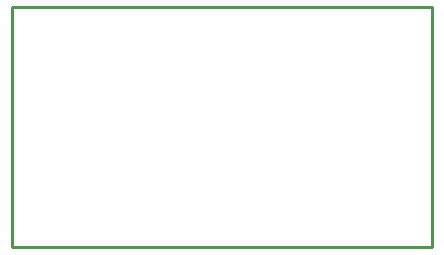
<source format=gko>
G04 Layer: BoardOutlineLayer*
G04 EasyEDA v6.5.40, 2024-08-10 13:38:48*
G04 cb6e2e9fbd21486d88ae5690d2d3dc00,10*
G04 Gerber Generator version 0.2*
G04 Scale: 100 percent, Rotated: No, Reflected: No *
G04 Dimensions in millimeters *
G04 leading zeros omitted , absolute positions ,4 integer and 5 decimal *
%FSLAX45Y45*%
%MOMM*%

%ADD10C,0.2540*%
D10*
X0Y0D02*
G01*
X0Y508000D01*
X3556000Y508000D01*
X3556000Y-1524000D01*
X0Y-1524000D01*
X0Y0D01*

%LPD*%
M02*

</source>
